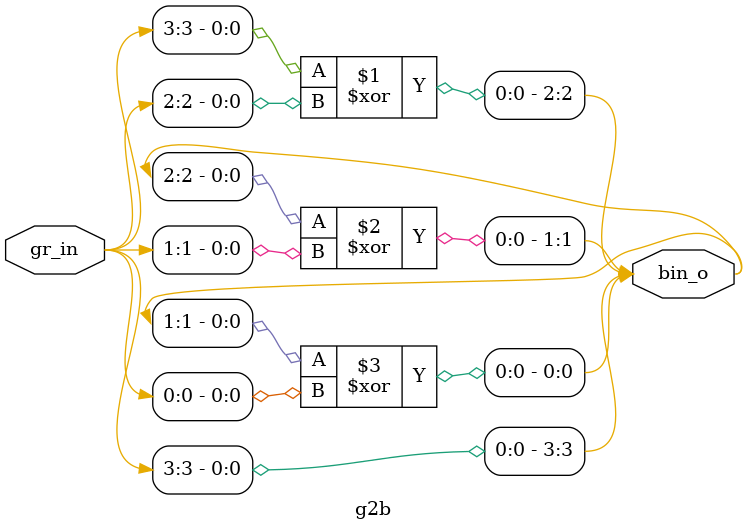
<source format=sv>
module g2b (bin_o,gr_in);
  input   logic [3:0] gr_in;       
  output  logic [3:0] bin_o;
  
  assign bin_o[3] = gr_in[3];
  assign bin_o[2] = bin_o[3] ^ gr_in[2];
  assign bin_o[1] = bin_o[2] ^ gr_in[1];
  assign bin_o[0] = bin_o[1] ^ gr_in[0];
  
  
endmodule

</source>
